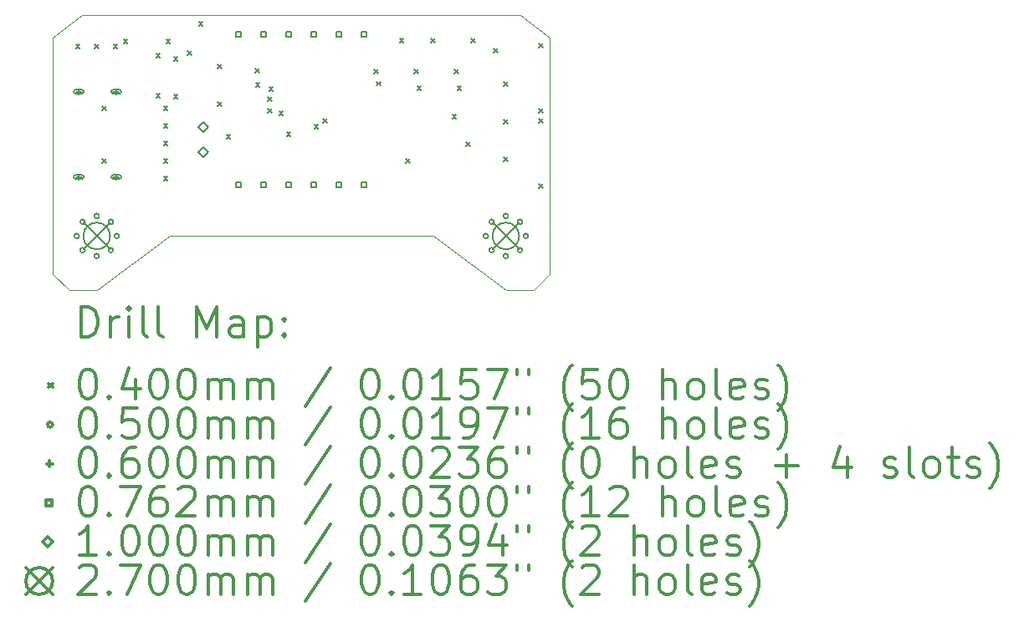
<source format=gbr>
%FSLAX45Y45*%
G04 Gerber Fmt 4.5, Leading zero omitted, Abs format (unit mm)*
G04 Created by KiCad (PCBNEW (5.1.10)-1) date 2021-07-15 16:56:06*
%MOMM*%
%LPD*%
G01*
G04 APERTURE LIST*
%TA.AperFunction,Profile*%
%ADD10C,0.050000*%
%TD*%
%ADD11C,0.200000*%
%ADD12C,0.300000*%
G04 APERTURE END LIST*
D10*
X7150100Y-4692200D02*
X7429500Y-4692200D01*
X2565400Y-2133600D02*
X2860040Y-1905000D01*
X7299960Y-1905000D02*
X7594600Y-2133600D01*
X7594600Y-4527100D02*
X7594600Y-4254500D01*
X7594600Y-4527100D02*
X7429500Y-4692200D01*
X6413500Y-4140200D02*
X7150100Y-4692200D01*
X3009900Y-4692200D02*
X3746500Y-4140200D01*
X2730500Y-4692200D02*
X3009900Y-4692200D01*
X2565400Y-4527100D02*
X2730500Y-4692200D01*
X2565400Y-4254500D02*
X2565400Y-4527100D01*
X2565400Y-4254500D02*
X2565400Y-2133600D01*
X3746500Y-4140200D02*
X6413500Y-4140200D01*
X7594600Y-2133600D02*
X7594600Y-4254500D01*
X2860040Y-1905000D02*
X7299960Y-1905000D01*
D11*
X2799400Y-2202500D02*
X2839400Y-2242500D01*
X2839400Y-2202500D02*
X2799400Y-2242500D01*
X2989900Y-2202500D02*
X3029900Y-2242500D01*
X3029900Y-2202500D02*
X2989900Y-2242500D01*
X3066100Y-2824800D02*
X3106100Y-2864800D01*
X3106100Y-2824800D02*
X3066100Y-2864800D01*
X3066100Y-3358200D02*
X3106100Y-3398200D01*
X3106100Y-3358200D02*
X3066100Y-3398200D01*
X3180400Y-2202500D02*
X3220400Y-2242500D01*
X3220400Y-2202500D02*
X3180400Y-2242500D01*
X3282000Y-2151700D02*
X3322000Y-2191700D01*
X3322000Y-2151700D02*
X3282000Y-2191700D01*
X3612200Y-2291400D02*
X3652200Y-2331400D01*
X3652200Y-2291400D02*
X3612200Y-2331400D01*
X3612200Y-2697800D02*
X3652200Y-2737800D01*
X3652200Y-2697800D02*
X3612200Y-2737800D01*
X3688400Y-2824800D02*
X3728400Y-2864800D01*
X3728400Y-2824800D02*
X3688400Y-2864800D01*
X3688400Y-3002600D02*
X3728400Y-3042600D01*
X3728400Y-3002600D02*
X3688400Y-3042600D01*
X3688400Y-3180400D02*
X3728400Y-3220400D01*
X3728400Y-3180400D02*
X3688400Y-3220400D01*
X3688400Y-3358200D02*
X3728400Y-3398200D01*
X3728400Y-3358200D02*
X3688400Y-3398200D01*
X3688400Y-3536000D02*
X3728400Y-3576000D01*
X3728400Y-3536000D02*
X3688400Y-3576000D01*
X3713800Y-2151700D02*
X3753800Y-2191700D01*
X3753800Y-2151700D02*
X3713800Y-2191700D01*
X3790000Y-2329500D02*
X3830000Y-2369500D01*
X3830000Y-2329500D02*
X3790000Y-2369500D01*
X3790000Y-2710500D02*
X3830000Y-2750500D01*
X3830000Y-2710500D02*
X3790000Y-2750500D01*
X3929700Y-2266000D02*
X3969700Y-2306000D01*
X3969700Y-2266000D02*
X3929700Y-2306000D01*
X4044000Y-1973900D02*
X4084000Y-2013900D01*
X4084000Y-1973900D02*
X4044000Y-2013900D01*
X4234500Y-2405700D02*
X4274500Y-2445700D01*
X4274500Y-2405700D02*
X4234500Y-2445700D01*
X4234500Y-2786700D02*
X4274500Y-2826700D01*
X4274500Y-2786700D02*
X4234500Y-2826700D01*
X4323400Y-3116900D02*
X4363400Y-3156900D01*
X4363400Y-3116900D02*
X4323400Y-3156900D01*
X4615500Y-2443800D02*
X4655500Y-2483800D01*
X4655500Y-2443800D02*
X4615500Y-2483800D01*
X4617985Y-2586798D02*
X4657985Y-2626798D01*
X4657985Y-2586798D02*
X4617985Y-2626798D01*
X4742500Y-2735900D02*
X4782500Y-2775900D01*
X4782500Y-2735900D02*
X4742500Y-2775900D01*
X4742500Y-2850200D02*
X4782500Y-2890200D01*
X4782500Y-2850200D02*
X4742500Y-2890200D01*
X4755200Y-2634300D02*
X4795200Y-2674300D01*
X4795200Y-2634300D02*
X4755200Y-2674300D01*
X4856800Y-2875600D02*
X4896800Y-2915600D01*
X4896800Y-2875600D02*
X4856800Y-2915600D01*
X4933000Y-3091500D02*
X4973000Y-3131500D01*
X4973000Y-3091500D02*
X4933000Y-3131500D01*
X5212400Y-3015300D02*
X5252400Y-3055300D01*
X5252400Y-3015300D02*
X5212400Y-3055300D01*
X5301923Y-2951281D02*
X5341923Y-2991281D01*
X5341923Y-2951281D02*
X5301923Y-2991281D01*
X5815650Y-2456500D02*
X5855650Y-2496500D01*
X5855650Y-2456500D02*
X5815650Y-2496500D01*
X5841050Y-2577150D02*
X5881050Y-2617150D01*
X5881050Y-2577150D02*
X5841050Y-2617150D01*
X6076000Y-2139000D02*
X6116000Y-2179000D01*
X6116000Y-2139000D02*
X6076000Y-2179000D01*
X6139500Y-3358200D02*
X6179500Y-3398200D01*
X6179500Y-3358200D02*
X6139500Y-3398200D01*
X6222050Y-2456500D02*
X6262050Y-2496500D01*
X6262050Y-2456500D02*
X6222050Y-2496500D01*
X6253800Y-2621600D02*
X6293800Y-2661600D01*
X6293800Y-2621600D02*
X6253800Y-2661600D01*
X6393500Y-2139000D02*
X6433500Y-2179000D01*
X6433500Y-2139000D02*
X6393500Y-2179000D01*
X6609400Y-2913700D02*
X6649400Y-2953700D01*
X6649400Y-2913700D02*
X6609400Y-2953700D01*
X6628450Y-2456500D02*
X6668450Y-2496500D01*
X6668450Y-2456500D02*
X6628450Y-2496500D01*
X6660200Y-2621600D02*
X6700200Y-2661600D01*
X6700200Y-2621600D02*
X6660200Y-2661600D01*
X6749100Y-3193100D02*
X6789100Y-3233100D01*
X6789100Y-3193100D02*
X6749100Y-3233100D01*
X6799900Y-2139000D02*
X6839900Y-2179000D01*
X6839900Y-2139000D02*
X6799900Y-2179000D01*
X7028500Y-2240600D02*
X7068500Y-2280600D01*
X7068500Y-2240600D02*
X7028500Y-2280600D01*
X7130100Y-2583500D02*
X7170100Y-2623500D01*
X7170100Y-2583500D02*
X7130100Y-2623500D01*
X7130100Y-2964500D02*
X7170100Y-3004500D01*
X7170100Y-2964500D02*
X7130100Y-3004500D01*
X7130100Y-3345500D02*
X7170100Y-3385500D01*
X7170100Y-3345500D02*
X7130100Y-3385500D01*
X7485700Y-2189800D02*
X7525700Y-2229800D01*
X7525700Y-2189800D02*
X7485700Y-2229800D01*
X7485700Y-2850200D02*
X7525700Y-2890200D01*
X7525700Y-2850200D02*
X7485700Y-2890200D01*
X7485700Y-2951800D02*
X7525700Y-2991800D01*
X7525700Y-2951800D02*
X7485700Y-2991800D01*
X7485700Y-3612200D02*
X7525700Y-3652200D01*
X7525700Y-3612200D02*
X7485700Y-3652200D01*
X2832400Y-4140200D02*
G75*
G03*
X2832400Y-4140200I-25000J0D01*
G01*
X2891711Y-3997011D02*
G75*
G03*
X2891711Y-3997011I-25000J0D01*
G01*
X2891711Y-4283389D02*
G75*
G03*
X2891711Y-4283389I-25000J0D01*
G01*
X3034900Y-3937700D02*
G75*
G03*
X3034900Y-3937700I-25000J0D01*
G01*
X3034900Y-4342700D02*
G75*
G03*
X3034900Y-4342700I-25000J0D01*
G01*
X3178089Y-3997011D02*
G75*
G03*
X3178089Y-3997011I-25000J0D01*
G01*
X3178089Y-4283389D02*
G75*
G03*
X3178089Y-4283389I-25000J0D01*
G01*
X3237400Y-4140200D02*
G75*
G03*
X3237400Y-4140200I-25000J0D01*
G01*
X6972600Y-4140200D02*
G75*
G03*
X6972600Y-4140200I-25000J0D01*
G01*
X7031911Y-3997011D02*
G75*
G03*
X7031911Y-3997011I-25000J0D01*
G01*
X7031911Y-4283389D02*
G75*
G03*
X7031911Y-4283389I-25000J0D01*
G01*
X7175100Y-3937700D02*
G75*
G03*
X7175100Y-3937700I-25000J0D01*
G01*
X7175100Y-4342700D02*
G75*
G03*
X7175100Y-4342700I-25000J0D01*
G01*
X7318289Y-3997011D02*
G75*
G03*
X7318289Y-3997011I-25000J0D01*
G01*
X7318289Y-4283389D02*
G75*
G03*
X7318289Y-4283389I-25000J0D01*
G01*
X7377600Y-4140200D02*
G75*
G03*
X7377600Y-4140200I-25000J0D01*
G01*
X2827520Y-2649500D02*
X2827520Y-2709500D01*
X2797520Y-2679500D02*
X2857520Y-2679500D01*
X2797520Y-2699500D02*
X2857520Y-2699500D01*
X2797520Y-2659500D02*
X2857520Y-2659500D01*
X2857520Y-2699500D02*
G75*
G03*
X2857520Y-2659500I0J20000D01*
G01*
X2797520Y-2659500D02*
G75*
G03*
X2797520Y-2699500I0J-20000D01*
G01*
X2827520Y-3513500D02*
X2827520Y-3573500D01*
X2797520Y-3543500D02*
X2857520Y-3543500D01*
X2797520Y-3563500D02*
X2857520Y-3563500D01*
X2797520Y-3523500D02*
X2857520Y-3523500D01*
X2857520Y-3563500D02*
G75*
G03*
X2857520Y-3523500I0J20000D01*
G01*
X2797520Y-3523500D02*
G75*
G03*
X2797520Y-3563500I0J-20000D01*
G01*
X3207520Y-2649500D02*
X3207520Y-2709500D01*
X3177520Y-2679500D02*
X3237520Y-2679500D01*
X3177520Y-2699500D02*
X3237520Y-2699500D01*
X3177520Y-2659500D02*
X3237520Y-2659500D01*
X3237520Y-2699500D02*
G75*
G03*
X3237520Y-2659500I0J20000D01*
G01*
X3177520Y-2659500D02*
G75*
G03*
X3177520Y-2699500I0J-20000D01*
G01*
X3207520Y-3513500D02*
X3207520Y-3573500D01*
X3177520Y-3543500D02*
X3237520Y-3543500D01*
X3177520Y-3563500D02*
X3237520Y-3563500D01*
X3177520Y-3523500D02*
X3237520Y-3523500D01*
X3237520Y-3563500D02*
G75*
G03*
X3237520Y-3523500I0J20000D01*
G01*
X3177520Y-3523500D02*
G75*
G03*
X3177520Y-3563500I0J-20000D01*
G01*
X4471941Y-2122441D02*
X4471941Y-2068559D01*
X4418059Y-2068559D01*
X4418059Y-2122441D01*
X4471941Y-2122441D01*
X4471941Y-3646441D02*
X4471941Y-3592559D01*
X4418059Y-3592559D01*
X4418059Y-3646441D01*
X4471941Y-3646441D01*
X4725941Y-2122441D02*
X4725941Y-2068559D01*
X4672059Y-2068559D01*
X4672059Y-2122441D01*
X4725941Y-2122441D01*
X4725941Y-3646441D02*
X4725941Y-3592559D01*
X4672059Y-3592559D01*
X4672059Y-3646441D01*
X4725941Y-3646441D01*
X4979941Y-2122441D02*
X4979941Y-2068559D01*
X4926059Y-2068559D01*
X4926059Y-2122441D01*
X4979941Y-2122441D01*
X4979941Y-3646441D02*
X4979941Y-3592559D01*
X4926059Y-3592559D01*
X4926059Y-3646441D01*
X4979941Y-3646441D01*
X5233941Y-2122441D02*
X5233941Y-2068559D01*
X5180059Y-2068559D01*
X5180059Y-2122441D01*
X5233941Y-2122441D01*
X5233941Y-3646441D02*
X5233941Y-3592559D01*
X5180059Y-3592559D01*
X5180059Y-3646441D01*
X5233941Y-3646441D01*
X5487941Y-2122441D02*
X5487941Y-2068559D01*
X5434059Y-2068559D01*
X5434059Y-2122441D01*
X5487941Y-2122441D01*
X5487941Y-3646441D02*
X5487941Y-3592559D01*
X5434059Y-3592559D01*
X5434059Y-3646441D01*
X5487941Y-3646441D01*
X5741941Y-2122441D02*
X5741941Y-2068559D01*
X5688059Y-2068559D01*
X5688059Y-2122441D01*
X5741941Y-2122441D01*
X5741941Y-3646441D02*
X5741941Y-3592559D01*
X5688059Y-3592559D01*
X5688059Y-3646441D01*
X5741941Y-3646441D01*
X4089400Y-3085300D02*
X4139400Y-3035300D01*
X4089400Y-2985300D01*
X4039400Y-3035300D01*
X4089400Y-3085300D01*
X4089400Y-3339300D02*
X4139400Y-3289300D01*
X4089400Y-3239300D01*
X4039400Y-3289300D01*
X4089400Y-3339300D01*
X2874900Y-4005200D02*
X3144900Y-4275200D01*
X3144900Y-4005200D02*
X2874900Y-4275200D01*
X3144900Y-4140200D02*
G75*
G03*
X3144900Y-4140200I-135000J0D01*
G01*
X7015100Y-4005200D02*
X7285100Y-4275200D01*
X7285100Y-4005200D02*
X7015100Y-4275200D01*
X7285100Y-4140200D02*
G75*
G03*
X7285100Y-4140200I-135000J0D01*
G01*
D12*
X2849328Y-5160414D02*
X2849328Y-4860414D01*
X2920757Y-4860414D01*
X2963614Y-4874700D01*
X2992186Y-4903272D01*
X3006471Y-4931843D01*
X3020757Y-4988986D01*
X3020757Y-5031843D01*
X3006471Y-5088986D01*
X2992186Y-5117557D01*
X2963614Y-5146129D01*
X2920757Y-5160414D01*
X2849328Y-5160414D01*
X3149328Y-5160414D02*
X3149328Y-4960414D01*
X3149328Y-5017557D02*
X3163614Y-4988986D01*
X3177900Y-4974700D01*
X3206471Y-4960414D01*
X3235043Y-4960414D01*
X3335043Y-5160414D02*
X3335043Y-4960414D01*
X3335043Y-4860414D02*
X3320757Y-4874700D01*
X3335043Y-4888986D01*
X3349328Y-4874700D01*
X3335043Y-4860414D01*
X3335043Y-4888986D01*
X3520757Y-5160414D02*
X3492186Y-5146129D01*
X3477900Y-5117557D01*
X3477900Y-4860414D01*
X3677900Y-5160414D02*
X3649328Y-5146129D01*
X3635043Y-5117557D01*
X3635043Y-4860414D01*
X4020757Y-5160414D02*
X4020757Y-4860414D01*
X4120757Y-5074700D01*
X4220757Y-4860414D01*
X4220757Y-5160414D01*
X4492186Y-5160414D02*
X4492186Y-5003272D01*
X4477900Y-4974700D01*
X4449328Y-4960414D01*
X4392186Y-4960414D01*
X4363614Y-4974700D01*
X4492186Y-5146129D02*
X4463614Y-5160414D01*
X4392186Y-5160414D01*
X4363614Y-5146129D01*
X4349328Y-5117557D01*
X4349328Y-5088986D01*
X4363614Y-5060414D01*
X4392186Y-5046129D01*
X4463614Y-5046129D01*
X4492186Y-5031843D01*
X4635043Y-4960414D02*
X4635043Y-5260414D01*
X4635043Y-4974700D02*
X4663614Y-4960414D01*
X4720757Y-4960414D01*
X4749328Y-4974700D01*
X4763614Y-4988986D01*
X4777900Y-5017557D01*
X4777900Y-5103272D01*
X4763614Y-5131843D01*
X4749328Y-5146129D01*
X4720757Y-5160414D01*
X4663614Y-5160414D01*
X4635043Y-5146129D01*
X4906471Y-5131843D02*
X4920757Y-5146129D01*
X4906471Y-5160414D01*
X4892186Y-5146129D01*
X4906471Y-5131843D01*
X4906471Y-5160414D01*
X4906471Y-4974700D02*
X4920757Y-4988986D01*
X4906471Y-5003272D01*
X4892186Y-4988986D01*
X4906471Y-4974700D01*
X4906471Y-5003272D01*
X2522900Y-5634700D02*
X2562900Y-5674700D01*
X2562900Y-5634700D02*
X2522900Y-5674700D01*
X2906471Y-5490414D02*
X2935043Y-5490414D01*
X2963614Y-5504700D01*
X2977900Y-5518986D01*
X2992186Y-5547557D01*
X3006471Y-5604700D01*
X3006471Y-5676129D01*
X2992186Y-5733271D01*
X2977900Y-5761843D01*
X2963614Y-5776129D01*
X2935043Y-5790414D01*
X2906471Y-5790414D01*
X2877900Y-5776129D01*
X2863614Y-5761843D01*
X2849328Y-5733271D01*
X2835043Y-5676129D01*
X2835043Y-5604700D01*
X2849328Y-5547557D01*
X2863614Y-5518986D01*
X2877900Y-5504700D01*
X2906471Y-5490414D01*
X3135043Y-5761843D02*
X3149328Y-5776129D01*
X3135043Y-5790414D01*
X3120757Y-5776129D01*
X3135043Y-5761843D01*
X3135043Y-5790414D01*
X3406471Y-5590414D02*
X3406471Y-5790414D01*
X3335043Y-5476129D02*
X3263614Y-5690414D01*
X3449328Y-5690414D01*
X3620757Y-5490414D02*
X3649328Y-5490414D01*
X3677900Y-5504700D01*
X3692186Y-5518986D01*
X3706471Y-5547557D01*
X3720757Y-5604700D01*
X3720757Y-5676129D01*
X3706471Y-5733271D01*
X3692186Y-5761843D01*
X3677900Y-5776129D01*
X3649328Y-5790414D01*
X3620757Y-5790414D01*
X3592186Y-5776129D01*
X3577900Y-5761843D01*
X3563614Y-5733271D01*
X3549328Y-5676129D01*
X3549328Y-5604700D01*
X3563614Y-5547557D01*
X3577900Y-5518986D01*
X3592186Y-5504700D01*
X3620757Y-5490414D01*
X3906471Y-5490414D02*
X3935043Y-5490414D01*
X3963614Y-5504700D01*
X3977900Y-5518986D01*
X3992186Y-5547557D01*
X4006471Y-5604700D01*
X4006471Y-5676129D01*
X3992186Y-5733271D01*
X3977900Y-5761843D01*
X3963614Y-5776129D01*
X3935043Y-5790414D01*
X3906471Y-5790414D01*
X3877900Y-5776129D01*
X3863614Y-5761843D01*
X3849328Y-5733271D01*
X3835043Y-5676129D01*
X3835043Y-5604700D01*
X3849328Y-5547557D01*
X3863614Y-5518986D01*
X3877900Y-5504700D01*
X3906471Y-5490414D01*
X4135043Y-5790414D02*
X4135043Y-5590414D01*
X4135043Y-5618986D02*
X4149328Y-5604700D01*
X4177900Y-5590414D01*
X4220757Y-5590414D01*
X4249328Y-5604700D01*
X4263614Y-5633271D01*
X4263614Y-5790414D01*
X4263614Y-5633271D02*
X4277900Y-5604700D01*
X4306471Y-5590414D01*
X4349328Y-5590414D01*
X4377900Y-5604700D01*
X4392186Y-5633271D01*
X4392186Y-5790414D01*
X4535043Y-5790414D02*
X4535043Y-5590414D01*
X4535043Y-5618986D02*
X4549328Y-5604700D01*
X4577900Y-5590414D01*
X4620757Y-5590414D01*
X4649328Y-5604700D01*
X4663614Y-5633271D01*
X4663614Y-5790414D01*
X4663614Y-5633271D02*
X4677900Y-5604700D01*
X4706471Y-5590414D01*
X4749328Y-5590414D01*
X4777900Y-5604700D01*
X4792186Y-5633271D01*
X4792186Y-5790414D01*
X5377900Y-5476129D02*
X5120757Y-5861843D01*
X5763614Y-5490414D02*
X5792186Y-5490414D01*
X5820757Y-5504700D01*
X5835043Y-5518986D01*
X5849328Y-5547557D01*
X5863614Y-5604700D01*
X5863614Y-5676129D01*
X5849328Y-5733271D01*
X5835043Y-5761843D01*
X5820757Y-5776129D01*
X5792186Y-5790414D01*
X5763614Y-5790414D01*
X5735043Y-5776129D01*
X5720757Y-5761843D01*
X5706471Y-5733271D01*
X5692186Y-5676129D01*
X5692186Y-5604700D01*
X5706471Y-5547557D01*
X5720757Y-5518986D01*
X5735043Y-5504700D01*
X5763614Y-5490414D01*
X5992186Y-5761843D02*
X6006471Y-5776129D01*
X5992186Y-5790414D01*
X5977900Y-5776129D01*
X5992186Y-5761843D01*
X5992186Y-5790414D01*
X6192186Y-5490414D02*
X6220757Y-5490414D01*
X6249328Y-5504700D01*
X6263614Y-5518986D01*
X6277900Y-5547557D01*
X6292186Y-5604700D01*
X6292186Y-5676129D01*
X6277900Y-5733271D01*
X6263614Y-5761843D01*
X6249328Y-5776129D01*
X6220757Y-5790414D01*
X6192186Y-5790414D01*
X6163614Y-5776129D01*
X6149328Y-5761843D01*
X6135043Y-5733271D01*
X6120757Y-5676129D01*
X6120757Y-5604700D01*
X6135043Y-5547557D01*
X6149328Y-5518986D01*
X6163614Y-5504700D01*
X6192186Y-5490414D01*
X6577900Y-5790414D02*
X6406471Y-5790414D01*
X6492186Y-5790414D02*
X6492186Y-5490414D01*
X6463614Y-5533272D01*
X6435043Y-5561843D01*
X6406471Y-5576129D01*
X6849328Y-5490414D02*
X6706471Y-5490414D01*
X6692186Y-5633271D01*
X6706471Y-5618986D01*
X6735043Y-5604700D01*
X6806471Y-5604700D01*
X6835043Y-5618986D01*
X6849328Y-5633271D01*
X6863614Y-5661843D01*
X6863614Y-5733271D01*
X6849328Y-5761843D01*
X6835043Y-5776129D01*
X6806471Y-5790414D01*
X6735043Y-5790414D01*
X6706471Y-5776129D01*
X6692186Y-5761843D01*
X6963614Y-5490414D02*
X7163614Y-5490414D01*
X7035043Y-5790414D01*
X7263614Y-5490414D02*
X7263614Y-5547557D01*
X7377900Y-5490414D02*
X7377900Y-5547557D01*
X7820757Y-5904700D02*
X7806471Y-5890414D01*
X7777900Y-5847557D01*
X7763614Y-5818986D01*
X7749328Y-5776129D01*
X7735043Y-5704700D01*
X7735043Y-5647557D01*
X7749328Y-5576129D01*
X7763614Y-5533272D01*
X7777900Y-5504700D01*
X7806471Y-5461843D01*
X7820757Y-5447557D01*
X8077900Y-5490414D02*
X7935043Y-5490414D01*
X7920757Y-5633271D01*
X7935043Y-5618986D01*
X7963614Y-5604700D01*
X8035043Y-5604700D01*
X8063614Y-5618986D01*
X8077900Y-5633271D01*
X8092186Y-5661843D01*
X8092186Y-5733271D01*
X8077900Y-5761843D01*
X8063614Y-5776129D01*
X8035043Y-5790414D01*
X7963614Y-5790414D01*
X7935043Y-5776129D01*
X7920757Y-5761843D01*
X8277900Y-5490414D02*
X8306471Y-5490414D01*
X8335043Y-5504700D01*
X8349328Y-5518986D01*
X8363614Y-5547557D01*
X8377900Y-5604700D01*
X8377900Y-5676129D01*
X8363614Y-5733271D01*
X8349328Y-5761843D01*
X8335043Y-5776129D01*
X8306471Y-5790414D01*
X8277900Y-5790414D01*
X8249328Y-5776129D01*
X8235043Y-5761843D01*
X8220757Y-5733271D01*
X8206471Y-5676129D01*
X8206471Y-5604700D01*
X8220757Y-5547557D01*
X8235043Y-5518986D01*
X8249328Y-5504700D01*
X8277900Y-5490414D01*
X8735043Y-5790414D02*
X8735043Y-5490414D01*
X8863614Y-5790414D02*
X8863614Y-5633271D01*
X8849328Y-5604700D01*
X8820757Y-5590414D01*
X8777900Y-5590414D01*
X8749328Y-5604700D01*
X8735043Y-5618986D01*
X9049328Y-5790414D02*
X9020757Y-5776129D01*
X9006471Y-5761843D01*
X8992186Y-5733271D01*
X8992186Y-5647557D01*
X9006471Y-5618986D01*
X9020757Y-5604700D01*
X9049328Y-5590414D01*
X9092186Y-5590414D01*
X9120757Y-5604700D01*
X9135043Y-5618986D01*
X9149328Y-5647557D01*
X9149328Y-5733271D01*
X9135043Y-5761843D01*
X9120757Y-5776129D01*
X9092186Y-5790414D01*
X9049328Y-5790414D01*
X9320757Y-5790414D02*
X9292186Y-5776129D01*
X9277900Y-5747557D01*
X9277900Y-5490414D01*
X9549328Y-5776129D02*
X9520757Y-5790414D01*
X9463614Y-5790414D01*
X9435043Y-5776129D01*
X9420757Y-5747557D01*
X9420757Y-5633271D01*
X9435043Y-5604700D01*
X9463614Y-5590414D01*
X9520757Y-5590414D01*
X9549328Y-5604700D01*
X9563614Y-5633271D01*
X9563614Y-5661843D01*
X9420757Y-5690414D01*
X9677900Y-5776129D02*
X9706471Y-5790414D01*
X9763614Y-5790414D01*
X9792186Y-5776129D01*
X9806471Y-5747557D01*
X9806471Y-5733271D01*
X9792186Y-5704700D01*
X9763614Y-5690414D01*
X9720757Y-5690414D01*
X9692186Y-5676129D01*
X9677900Y-5647557D01*
X9677900Y-5633271D01*
X9692186Y-5604700D01*
X9720757Y-5590414D01*
X9763614Y-5590414D01*
X9792186Y-5604700D01*
X9906471Y-5904700D02*
X9920757Y-5890414D01*
X9949328Y-5847557D01*
X9963614Y-5818986D01*
X9977900Y-5776129D01*
X9992186Y-5704700D01*
X9992186Y-5647557D01*
X9977900Y-5576129D01*
X9963614Y-5533272D01*
X9949328Y-5504700D01*
X9920757Y-5461843D01*
X9906471Y-5447557D01*
X2562900Y-6050700D02*
G75*
G03*
X2562900Y-6050700I-25000J0D01*
G01*
X2906471Y-5886414D02*
X2935043Y-5886414D01*
X2963614Y-5900700D01*
X2977900Y-5914986D01*
X2992186Y-5943557D01*
X3006471Y-6000700D01*
X3006471Y-6072129D01*
X2992186Y-6129271D01*
X2977900Y-6157843D01*
X2963614Y-6172129D01*
X2935043Y-6186414D01*
X2906471Y-6186414D01*
X2877900Y-6172129D01*
X2863614Y-6157843D01*
X2849328Y-6129271D01*
X2835043Y-6072129D01*
X2835043Y-6000700D01*
X2849328Y-5943557D01*
X2863614Y-5914986D01*
X2877900Y-5900700D01*
X2906471Y-5886414D01*
X3135043Y-6157843D02*
X3149328Y-6172129D01*
X3135043Y-6186414D01*
X3120757Y-6172129D01*
X3135043Y-6157843D01*
X3135043Y-6186414D01*
X3420757Y-5886414D02*
X3277900Y-5886414D01*
X3263614Y-6029271D01*
X3277900Y-6014986D01*
X3306471Y-6000700D01*
X3377900Y-6000700D01*
X3406471Y-6014986D01*
X3420757Y-6029271D01*
X3435043Y-6057843D01*
X3435043Y-6129271D01*
X3420757Y-6157843D01*
X3406471Y-6172129D01*
X3377900Y-6186414D01*
X3306471Y-6186414D01*
X3277900Y-6172129D01*
X3263614Y-6157843D01*
X3620757Y-5886414D02*
X3649328Y-5886414D01*
X3677900Y-5900700D01*
X3692186Y-5914986D01*
X3706471Y-5943557D01*
X3720757Y-6000700D01*
X3720757Y-6072129D01*
X3706471Y-6129271D01*
X3692186Y-6157843D01*
X3677900Y-6172129D01*
X3649328Y-6186414D01*
X3620757Y-6186414D01*
X3592186Y-6172129D01*
X3577900Y-6157843D01*
X3563614Y-6129271D01*
X3549328Y-6072129D01*
X3549328Y-6000700D01*
X3563614Y-5943557D01*
X3577900Y-5914986D01*
X3592186Y-5900700D01*
X3620757Y-5886414D01*
X3906471Y-5886414D02*
X3935043Y-5886414D01*
X3963614Y-5900700D01*
X3977900Y-5914986D01*
X3992186Y-5943557D01*
X4006471Y-6000700D01*
X4006471Y-6072129D01*
X3992186Y-6129271D01*
X3977900Y-6157843D01*
X3963614Y-6172129D01*
X3935043Y-6186414D01*
X3906471Y-6186414D01*
X3877900Y-6172129D01*
X3863614Y-6157843D01*
X3849328Y-6129271D01*
X3835043Y-6072129D01*
X3835043Y-6000700D01*
X3849328Y-5943557D01*
X3863614Y-5914986D01*
X3877900Y-5900700D01*
X3906471Y-5886414D01*
X4135043Y-6186414D02*
X4135043Y-5986414D01*
X4135043Y-6014986D02*
X4149328Y-6000700D01*
X4177900Y-5986414D01*
X4220757Y-5986414D01*
X4249328Y-6000700D01*
X4263614Y-6029271D01*
X4263614Y-6186414D01*
X4263614Y-6029271D02*
X4277900Y-6000700D01*
X4306471Y-5986414D01*
X4349328Y-5986414D01*
X4377900Y-6000700D01*
X4392186Y-6029271D01*
X4392186Y-6186414D01*
X4535043Y-6186414D02*
X4535043Y-5986414D01*
X4535043Y-6014986D02*
X4549328Y-6000700D01*
X4577900Y-5986414D01*
X4620757Y-5986414D01*
X4649328Y-6000700D01*
X4663614Y-6029271D01*
X4663614Y-6186414D01*
X4663614Y-6029271D02*
X4677900Y-6000700D01*
X4706471Y-5986414D01*
X4749328Y-5986414D01*
X4777900Y-6000700D01*
X4792186Y-6029271D01*
X4792186Y-6186414D01*
X5377900Y-5872129D02*
X5120757Y-6257843D01*
X5763614Y-5886414D02*
X5792186Y-5886414D01*
X5820757Y-5900700D01*
X5835043Y-5914986D01*
X5849328Y-5943557D01*
X5863614Y-6000700D01*
X5863614Y-6072129D01*
X5849328Y-6129271D01*
X5835043Y-6157843D01*
X5820757Y-6172129D01*
X5792186Y-6186414D01*
X5763614Y-6186414D01*
X5735043Y-6172129D01*
X5720757Y-6157843D01*
X5706471Y-6129271D01*
X5692186Y-6072129D01*
X5692186Y-6000700D01*
X5706471Y-5943557D01*
X5720757Y-5914986D01*
X5735043Y-5900700D01*
X5763614Y-5886414D01*
X5992186Y-6157843D02*
X6006471Y-6172129D01*
X5992186Y-6186414D01*
X5977900Y-6172129D01*
X5992186Y-6157843D01*
X5992186Y-6186414D01*
X6192186Y-5886414D02*
X6220757Y-5886414D01*
X6249328Y-5900700D01*
X6263614Y-5914986D01*
X6277900Y-5943557D01*
X6292186Y-6000700D01*
X6292186Y-6072129D01*
X6277900Y-6129271D01*
X6263614Y-6157843D01*
X6249328Y-6172129D01*
X6220757Y-6186414D01*
X6192186Y-6186414D01*
X6163614Y-6172129D01*
X6149328Y-6157843D01*
X6135043Y-6129271D01*
X6120757Y-6072129D01*
X6120757Y-6000700D01*
X6135043Y-5943557D01*
X6149328Y-5914986D01*
X6163614Y-5900700D01*
X6192186Y-5886414D01*
X6577900Y-6186414D02*
X6406471Y-6186414D01*
X6492186Y-6186414D02*
X6492186Y-5886414D01*
X6463614Y-5929271D01*
X6435043Y-5957843D01*
X6406471Y-5972129D01*
X6720757Y-6186414D02*
X6777900Y-6186414D01*
X6806471Y-6172129D01*
X6820757Y-6157843D01*
X6849328Y-6114986D01*
X6863614Y-6057843D01*
X6863614Y-5943557D01*
X6849328Y-5914986D01*
X6835043Y-5900700D01*
X6806471Y-5886414D01*
X6749328Y-5886414D01*
X6720757Y-5900700D01*
X6706471Y-5914986D01*
X6692186Y-5943557D01*
X6692186Y-6014986D01*
X6706471Y-6043557D01*
X6720757Y-6057843D01*
X6749328Y-6072129D01*
X6806471Y-6072129D01*
X6835043Y-6057843D01*
X6849328Y-6043557D01*
X6863614Y-6014986D01*
X6963614Y-5886414D02*
X7163614Y-5886414D01*
X7035043Y-6186414D01*
X7263614Y-5886414D02*
X7263614Y-5943557D01*
X7377900Y-5886414D02*
X7377900Y-5943557D01*
X7820757Y-6300700D02*
X7806471Y-6286414D01*
X7777900Y-6243557D01*
X7763614Y-6214986D01*
X7749328Y-6172129D01*
X7735043Y-6100700D01*
X7735043Y-6043557D01*
X7749328Y-5972129D01*
X7763614Y-5929271D01*
X7777900Y-5900700D01*
X7806471Y-5857843D01*
X7820757Y-5843557D01*
X8092186Y-6186414D02*
X7920757Y-6186414D01*
X8006471Y-6186414D02*
X8006471Y-5886414D01*
X7977900Y-5929271D01*
X7949328Y-5957843D01*
X7920757Y-5972129D01*
X8349328Y-5886414D02*
X8292186Y-5886414D01*
X8263614Y-5900700D01*
X8249328Y-5914986D01*
X8220757Y-5957843D01*
X8206471Y-6014986D01*
X8206471Y-6129271D01*
X8220757Y-6157843D01*
X8235043Y-6172129D01*
X8263614Y-6186414D01*
X8320757Y-6186414D01*
X8349328Y-6172129D01*
X8363614Y-6157843D01*
X8377900Y-6129271D01*
X8377900Y-6057843D01*
X8363614Y-6029271D01*
X8349328Y-6014986D01*
X8320757Y-6000700D01*
X8263614Y-6000700D01*
X8235043Y-6014986D01*
X8220757Y-6029271D01*
X8206471Y-6057843D01*
X8735043Y-6186414D02*
X8735043Y-5886414D01*
X8863614Y-6186414D02*
X8863614Y-6029271D01*
X8849328Y-6000700D01*
X8820757Y-5986414D01*
X8777900Y-5986414D01*
X8749328Y-6000700D01*
X8735043Y-6014986D01*
X9049328Y-6186414D02*
X9020757Y-6172129D01*
X9006471Y-6157843D01*
X8992186Y-6129271D01*
X8992186Y-6043557D01*
X9006471Y-6014986D01*
X9020757Y-6000700D01*
X9049328Y-5986414D01*
X9092186Y-5986414D01*
X9120757Y-6000700D01*
X9135043Y-6014986D01*
X9149328Y-6043557D01*
X9149328Y-6129271D01*
X9135043Y-6157843D01*
X9120757Y-6172129D01*
X9092186Y-6186414D01*
X9049328Y-6186414D01*
X9320757Y-6186414D02*
X9292186Y-6172129D01*
X9277900Y-6143557D01*
X9277900Y-5886414D01*
X9549328Y-6172129D02*
X9520757Y-6186414D01*
X9463614Y-6186414D01*
X9435043Y-6172129D01*
X9420757Y-6143557D01*
X9420757Y-6029271D01*
X9435043Y-6000700D01*
X9463614Y-5986414D01*
X9520757Y-5986414D01*
X9549328Y-6000700D01*
X9563614Y-6029271D01*
X9563614Y-6057843D01*
X9420757Y-6086414D01*
X9677900Y-6172129D02*
X9706471Y-6186414D01*
X9763614Y-6186414D01*
X9792186Y-6172129D01*
X9806471Y-6143557D01*
X9806471Y-6129271D01*
X9792186Y-6100700D01*
X9763614Y-6086414D01*
X9720757Y-6086414D01*
X9692186Y-6072129D01*
X9677900Y-6043557D01*
X9677900Y-6029271D01*
X9692186Y-6000700D01*
X9720757Y-5986414D01*
X9763614Y-5986414D01*
X9792186Y-6000700D01*
X9906471Y-6300700D02*
X9920757Y-6286414D01*
X9949328Y-6243557D01*
X9963614Y-6214986D01*
X9977900Y-6172129D01*
X9992186Y-6100700D01*
X9992186Y-6043557D01*
X9977900Y-5972129D01*
X9963614Y-5929271D01*
X9949328Y-5900700D01*
X9920757Y-5857843D01*
X9906471Y-5843557D01*
X2532900Y-6416700D02*
X2532900Y-6476700D01*
X2502900Y-6446700D02*
X2562900Y-6446700D01*
X2906471Y-6282414D02*
X2935043Y-6282414D01*
X2963614Y-6296700D01*
X2977900Y-6310986D01*
X2992186Y-6339557D01*
X3006471Y-6396700D01*
X3006471Y-6468129D01*
X2992186Y-6525271D01*
X2977900Y-6553843D01*
X2963614Y-6568129D01*
X2935043Y-6582414D01*
X2906471Y-6582414D01*
X2877900Y-6568129D01*
X2863614Y-6553843D01*
X2849328Y-6525271D01*
X2835043Y-6468129D01*
X2835043Y-6396700D01*
X2849328Y-6339557D01*
X2863614Y-6310986D01*
X2877900Y-6296700D01*
X2906471Y-6282414D01*
X3135043Y-6553843D02*
X3149328Y-6568129D01*
X3135043Y-6582414D01*
X3120757Y-6568129D01*
X3135043Y-6553843D01*
X3135043Y-6582414D01*
X3406471Y-6282414D02*
X3349328Y-6282414D01*
X3320757Y-6296700D01*
X3306471Y-6310986D01*
X3277900Y-6353843D01*
X3263614Y-6410986D01*
X3263614Y-6525271D01*
X3277900Y-6553843D01*
X3292186Y-6568129D01*
X3320757Y-6582414D01*
X3377900Y-6582414D01*
X3406471Y-6568129D01*
X3420757Y-6553843D01*
X3435043Y-6525271D01*
X3435043Y-6453843D01*
X3420757Y-6425271D01*
X3406471Y-6410986D01*
X3377900Y-6396700D01*
X3320757Y-6396700D01*
X3292186Y-6410986D01*
X3277900Y-6425271D01*
X3263614Y-6453843D01*
X3620757Y-6282414D02*
X3649328Y-6282414D01*
X3677900Y-6296700D01*
X3692186Y-6310986D01*
X3706471Y-6339557D01*
X3720757Y-6396700D01*
X3720757Y-6468129D01*
X3706471Y-6525271D01*
X3692186Y-6553843D01*
X3677900Y-6568129D01*
X3649328Y-6582414D01*
X3620757Y-6582414D01*
X3592186Y-6568129D01*
X3577900Y-6553843D01*
X3563614Y-6525271D01*
X3549328Y-6468129D01*
X3549328Y-6396700D01*
X3563614Y-6339557D01*
X3577900Y-6310986D01*
X3592186Y-6296700D01*
X3620757Y-6282414D01*
X3906471Y-6282414D02*
X3935043Y-6282414D01*
X3963614Y-6296700D01*
X3977900Y-6310986D01*
X3992186Y-6339557D01*
X4006471Y-6396700D01*
X4006471Y-6468129D01*
X3992186Y-6525271D01*
X3977900Y-6553843D01*
X3963614Y-6568129D01*
X3935043Y-6582414D01*
X3906471Y-6582414D01*
X3877900Y-6568129D01*
X3863614Y-6553843D01*
X3849328Y-6525271D01*
X3835043Y-6468129D01*
X3835043Y-6396700D01*
X3849328Y-6339557D01*
X3863614Y-6310986D01*
X3877900Y-6296700D01*
X3906471Y-6282414D01*
X4135043Y-6582414D02*
X4135043Y-6382414D01*
X4135043Y-6410986D02*
X4149328Y-6396700D01*
X4177900Y-6382414D01*
X4220757Y-6382414D01*
X4249328Y-6396700D01*
X4263614Y-6425271D01*
X4263614Y-6582414D01*
X4263614Y-6425271D02*
X4277900Y-6396700D01*
X4306471Y-6382414D01*
X4349328Y-6382414D01*
X4377900Y-6396700D01*
X4392186Y-6425271D01*
X4392186Y-6582414D01*
X4535043Y-6582414D02*
X4535043Y-6382414D01*
X4535043Y-6410986D02*
X4549328Y-6396700D01*
X4577900Y-6382414D01*
X4620757Y-6382414D01*
X4649328Y-6396700D01*
X4663614Y-6425271D01*
X4663614Y-6582414D01*
X4663614Y-6425271D02*
X4677900Y-6396700D01*
X4706471Y-6382414D01*
X4749328Y-6382414D01*
X4777900Y-6396700D01*
X4792186Y-6425271D01*
X4792186Y-6582414D01*
X5377900Y-6268129D02*
X5120757Y-6653843D01*
X5763614Y-6282414D02*
X5792186Y-6282414D01*
X5820757Y-6296700D01*
X5835043Y-6310986D01*
X5849328Y-6339557D01*
X5863614Y-6396700D01*
X5863614Y-6468129D01*
X5849328Y-6525271D01*
X5835043Y-6553843D01*
X5820757Y-6568129D01*
X5792186Y-6582414D01*
X5763614Y-6582414D01*
X5735043Y-6568129D01*
X5720757Y-6553843D01*
X5706471Y-6525271D01*
X5692186Y-6468129D01*
X5692186Y-6396700D01*
X5706471Y-6339557D01*
X5720757Y-6310986D01*
X5735043Y-6296700D01*
X5763614Y-6282414D01*
X5992186Y-6553843D02*
X6006471Y-6568129D01*
X5992186Y-6582414D01*
X5977900Y-6568129D01*
X5992186Y-6553843D01*
X5992186Y-6582414D01*
X6192186Y-6282414D02*
X6220757Y-6282414D01*
X6249328Y-6296700D01*
X6263614Y-6310986D01*
X6277900Y-6339557D01*
X6292186Y-6396700D01*
X6292186Y-6468129D01*
X6277900Y-6525271D01*
X6263614Y-6553843D01*
X6249328Y-6568129D01*
X6220757Y-6582414D01*
X6192186Y-6582414D01*
X6163614Y-6568129D01*
X6149328Y-6553843D01*
X6135043Y-6525271D01*
X6120757Y-6468129D01*
X6120757Y-6396700D01*
X6135043Y-6339557D01*
X6149328Y-6310986D01*
X6163614Y-6296700D01*
X6192186Y-6282414D01*
X6406471Y-6310986D02*
X6420757Y-6296700D01*
X6449328Y-6282414D01*
X6520757Y-6282414D01*
X6549328Y-6296700D01*
X6563614Y-6310986D01*
X6577900Y-6339557D01*
X6577900Y-6368129D01*
X6563614Y-6410986D01*
X6392186Y-6582414D01*
X6577900Y-6582414D01*
X6677900Y-6282414D02*
X6863614Y-6282414D01*
X6763614Y-6396700D01*
X6806471Y-6396700D01*
X6835043Y-6410986D01*
X6849328Y-6425271D01*
X6863614Y-6453843D01*
X6863614Y-6525271D01*
X6849328Y-6553843D01*
X6835043Y-6568129D01*
X6806471Y-6582414D01*
X6720757Y-6582414D01*
X6692186Y-6568129D01*
X6677900Y-6553843D01*
X7120757Y-6282414D02*
X7063614Y-6282414D01*
X7035043Y-6296700D01*
X7020757Y-6310986D01*
X6992186Y-6353843D01*
X6977900Y-6410986D01*
X6977900Y-6525271D01*
X6992186Y-6553843D01*
X7006471Y-6568129D01*
X7035043Y-6582414D01*
X7092186Y-6582414D01*
X7120757Y-6568129D01*
X7135043Y-6553843D01*
X7149328Y-6525271D01*
X7149328Y-6453843D01*
X7135043Y-6425271D01*
X7120757Y-6410986D01*
X7092186Y-6396700D01*
X7035043Y-6396700D01*
X7006471Y-6410986D01*
X6992186Y-6425271D01*
X6977900Y-6453843D01*
X7263614Y-6282414D02*
X7263614Y-6339557D01*
X7377900Y-6282414D02*
X7377900Y-6339557D01*
X7820757Y-6696700D02*
X7806471Y-6682414D01*
X7777900Y-6639557D01*
X7763614Y-6610986D01*
X7749328Y-6568129D01*
X7735043Y-6496700D01*
X7735043Y-6439557D01*
X7749328Y-6368129D01*
X7763614Y-6325271D01*
X7777900Y-6296700D01*
X7806471Y-6253843D01*
X7820757Y-6239557D01*
X7992186Y-6282414D02*
X8020757Y-6282414D01*
X8049328Y-6296700D01*
X8063614Y-6310986D01*
X8077900Y-6339557D01*
X8092186Y-6396700D01*
X8092186Y-6468129D01*
X8077900Y-6525271D01*
X8063614Y-6553843D01*
X8049328Y-6568129D01*
X8020757Y-6582414D01*
X7992186Y-6582414D01*
X7963614Y-6568129D01*
X7949328Y-6553843D01*
X7935043Y-6525271D01*
X7920757Y-6468129D01*
X7920757Y-6396700D01*
X7935043Y-6339557D01*
X7949328Y-6310986D01*
X7963614Y-6296700D01*
X7992186Y-6282414D01*
X8449328Y-6582414D02*
X8449328Y-6282414D01*
X8577900Y-6582414D02*
X8577900Y-6425271D01*
X8563614Y-6396700D01*
X8535043Y-6382414D01*
X8492186Y-6382414D01*
X8463614Y-6396700D01*
X8449328Y-6410986D01*
X8763614Y-6582414D02*
X8735043Y-6568129D01*
X8720757Y-6553843D01*
X8706471Y-6525271D01*
X8706471Y-6439557D01*
X8720757Y-6410986D01*
X8735043Y-6396700D01*
X8763614Y-6382414D01*
X8806471Y-6382414D01*
X8835043Y-6396700D01*
X8849328Y-6410986D01*
X8863614Y-6439557D01*
X8863614Y-6525271D01*
X8849328Y-6553843D01*
X8835043Y-6568129D01*
X8806471Y-6582414D01*
X8763614Y-6582414D01*
X9035043Y-6582414D02*
X9006471Y-6568129D01*
X8992186Y-6539557D01*
X8992186Y-6282414D01*
X9263614Y-6568129D02*
X9235043Y-6582414D01*
X9177900Y-6582414D01*
X9149328Y-6568129D01*
X9135043Y-6539557D01*
X9135043Y-6425271D01*
X9149328Y-6396700D01*
X9177900Y-6382414D01*
X9235043Y-6382414D01*
X9263614Y-6396700D01*
X9277900Y-6425271D01*
X9277900Y-6453843D01*
X9135043Y-6482414D01*
X9392186Y-6568129D02*
X9420757Y-6582414D01*
X9477900Y-6582414D01*
X9506471Y-6568129D01*
X9520757Y-6539557D01*
X9520757Y-6525271D01*
X9506471Y-6496700D01*
X9477900Y-6482414D01*
X9435043Y-6482414D01*
X9406471Y-6468129D01*
X9392186Y-6439557D01*
X9392186Y-6425271D01*
X9406471Y-6396700D01*
X9435043Y-6382414D01*
X9477900Y-6382414D01*
X9506471Y-6396700D01*
X9877900Y-6468129D02*
X10106471Y-6468129D01*
X9992186Y-6582414D02*
X9992186Y-6353843D01*
X10606471Y-6382414D02*
X10606471Y-6582414D01*
X10535043Y-6268129D02*
X10463614Y-6482414D01*
X10649328Y-6482414D01*
X10977900Y-6568129D02*
X11006471Y-6582414D01*
X11063614Y-6582414D01*
X11092186Y-6568129D01*
X11106471Y-6539557D01*
X11106471Y-6525271D01*
X11092186Y-6496700D01*
X11063614Y-6482414D01*
X11020757Y-6482414D01*
X10992186Y-6468129D01*
X10977900Y-6439557D01*
X10977900Y-6425271D01*
X10992186Y-6396700D01*
X11020757Y-6382414D01*
X11063614Y-6382414D01*
X11092186Y-6396700D01*
X11277900Y-6582414D02*
X11249328Y-6568129D01*
X11235043Y-6539557D01*
X11235043Y-6282414D01*
X11435043Y-6582414D02*
X11406471Y-6568129D01*
X11392186Y-6553843D01*
X11377900Y-6525271D01*
X11377900Y-6439557D01*
X11392186Y-6410986D01*
X11406471Y-6396700D01*
X11435043Y-6382414D01*
X11477900Y-6382414D01*
X11506471Y-6396700D01*
X11520757Y-6410986D01*
X11535043Y-6439557D01*
X11535043Y-6525271D01*
X11520757Y-6553843D01*
X11506471Y-6568129D01*
X11477900Y-6582414D01*
X11435043Y-6582414D01*
X11620757Y-6382414D02*
X11735043Y-6382414D01*
X11663614Y-6282414D02*
X11663614Y-6539557D01*
X11677900Y-6568129D01*
X11706471Y-6582414D01*
X11735043Y-6582414D01*
X11820757Y-6568129D02*
X11849328Y-6582414D01*
X11906471Y-6582414D01*
X11935043Y-6568129D01*
X11949328Y-6539557D01*
X11949328Y-6525271D01*
X11935043Y-6496700D01*
X11906471Y-6482414D01*
X11863614Y-6482414D01*
X11835043Y-6468129D01*
X11820757Y-6439557D01*
X11820757Y-6425271D01*
X11835043Y-6396700D01*
X11863614Y-6382414D01*
X11906471Y-6382414D01*
X11935043Y-6396700D01*
X12049328Y-6696700D02*
X12063614Y-6682414D01*
X12092186Y-6639557D01*
X12106471Y-6610986D01*
X12120757Y-6568129D01*
X12135043Y-6496700D01*
X12135043Y-6439557D01*
X12120757Y-6368129D01*
X12106471Y-6325271D01*
X12092186Y-6296700D01*
X12063614Y-6253843D01*
X12049328Y-6239557D01*
X2551741Y-6869641D02*
X2551741Y-6815759D01*
X2497859Y-6815759D01*
X2497859Y-6869641D01*
X2551741Y-6869641D01*
X2906471Y-6678414D02*
X2935043Y-6678414D01*
X2963614Y-6692700D01*
X2977900Y-6706986D01*
X2992186Y-6735557D01*
X3006471Y-6792700D01*
X3006471Y-6864129D01*
X2992186Y-6921271D01*
X2977900Y-6949843D01*
X2963614Y-6964129D01*
X2935043Y-6978414D01*
X2906471Y-6978414D01*
X2877900Y-6964129D01*
X2863614Y-6949843D01*
X2849328Y-6921271D01*
X2835043Y-6864129D01*
X2835043Y-6792700D01*
X2849328Y-6735557D01*
X2863614Y-6706986D01*
X2877900Y-6692700D01*
X2906471Y-6678414D01*
X3135043Y-6949843D02*
X3149328Y-6964129D01*
X3135043Y-6978414D01*
X3120757Y-6964129D01*
X3135043Y-6949843D01*
X3135043Y-6978414D01*
X3249328Y-6678414D02*
X3449328Y-6678414D01*
X3320757Y-6978414D01*
X3692186Y-6678414D02*
X3635043Y-6678414D01*
X3606471Y-6692700D01*
X3592186Y-6706986D01*
X3563614Y-6749843D01*
X3549328Y-6806986D01*
X3549328Y-6921271D01*
X3563614Y-6949843D01*
X3577900Y-6964129D01*
X3606471Y-6978414D01*
X3663614Y-6978414D01*
X3692186Y-6964129D01*
X3706471Y-6949843D01*
X3720757Y-6921271D01*
X3720757Y-6849843D01*
X3706471Y-6821271D01*
X3692186Y-6806986D01*
X3663614Y-6792700D01*
X3606471Y-6792700D01*
X3577900Y-6806986D01*
X3563614Y-6821271D01*
X3549328Y-6849843D01*
X3835043Y-6706986D02*
X3849328Y-6692700D01*
X3877900Y-6678414D01*
X3949328Y-6678414D01*
X3977900Y-6692700D01*
X3992186Y-6706986D01*
X4006471Y-6735557D01*
X4006471Y-6764129D01*
X3992186Y-6806986D01*
X3820757Y-6978414D01*
X4006471Y-6978414D01*
X4135043Y-6978414D02*
X4135043Y-6778414D01*
X4135043Y-6806986D02*
X4149328Y-6792700D01*
X4177900Y-6778414D01*
X4220757Y-6778414D01*
X4249328Y-6792700D01*
X4263614Y-6821271D01*
X4263614Y-6978414D01*
X4263614Y-6821271D02*
X4277900Y-6792700D01*
X4306471Y-6778414D01*
X4349328Y-6778414D01*
X4377900Y-6792700D01*
X4392186Y-6821271D01*
X4392186Y-6978414D01*
X4535043Y-6978414D02*
X4535043Y-6778414D01*
X4535043Y-6806986D02*
X4549328Y-6792700D01*
X4577900Y-6778414D01*
X4620757Y-6778414D01*
X4649328Y-6792700D01*
X4663614Y-6821271D01*
X4663614Y-6978414D01*
X4663614Y-6821271D02*
X4677900Y-6792700D01*
X4706471Y-6778414D01*
X4749328Y-6778414D01*
X4777900Y-6792700D01*
X4792186Y-6821271D01*
X4792186Y-6978414D01*
X5377900Y-6664129D02*
X5120757Y-7049843D01*
X5763614Y-6678414D02*
X5792186Y-6678414D01*
X5820757Y-6692700D01*
X5835043Y-6706986D01*
X5849328Y-6735557D01*
X5863614Y-6792700D01*
X5863614Y-6864129D01*
X5849328Y-6921271D01*
X5835043Y-6949843D01*
X5820757Y-6964129D01*
X5792186Y-6978414D01*
X5763614Y-6978414D01*
X5735043Y-6964129D01*
X5720757Y-6949843D01*
X5706471Y-6921271D01*
X5692186Y-6864129D01*
X5692186Y-6792700D01*
X5706471Y-6735557D01*
X5720757Y-6706986D01*
X5735043Y-6692700D01*
X5763614Y-6678414D01*
X5992186Y-6949843D02*
X6006471Y-6964129D01*
X5992186Y-6978414D01*
X5977900Y-6964129D01*
X5992186Y-6949843D01*
X5992186Y-6978414D01*
X6192186Y-6678414D02*
X6220757Y-6678414D01*
X6249328Y-6692700D01*
X6263614Y-6706986D01*
X6277900Y-6735557D01*
X6292186Y-6792700D01*
X6292186Y-6864129D01*
X6277900Y-6921271D01*
X6263614Y-6949843D01*
X6249328Y-6964129D01*
X6220757Y-6978414D01*
X6192186Y-6978414D01*
X6163614Y-6964129D01*
X6149328Y-6949843D01*
X6135043Y-6921271D01*
X6120757Y-6864129D01*
X6120757Y-6792700D01*
X6135043Y-6735557D01*
X6149328Y-6706986D01*
X6163614Y-6692700D01*
X6192186Y-6678414D01*
X6392186Y-6678414D02*
X6577900Y-6678414D01*
X6477900Y-6792700D01*
X6520757Y-6792700D01*
X6549328Y-6806986D01*
X6563614Y-6821271D01*
X6577900Y-6849843D01*
X6577900Y-6921271D01*
X6563614Y-6949843D01*
X6549328Y-6964129D01*
X6520757Y-6978414D01*
X6435043Y-6978414D01*
X6406471Y-6964129D01*
X6392186Y-6949843D01*
X6763614Y-6678414D02*
X6792186Y-6678414D01*
X6820757Y-6692700D01*
X6835043Y-6706986D01*
X6849328Y-6735557D01*
X6863614Y-6792700D01*
X6863614Y-6864129D01*
X6849328Y-6921271D01*
X6835043Y-6949843D01*
X6820757Y-6964129D01*
X6792186Y-6978414D01*
X6763614Y-6978414D01*
X6735043Y-6964129D01*
X6720757Y-6949843D01*
X6706471Y-6921271D01*
X6692186Y-6864129D01*
X6692186Y-6792700D01*
X6706471Y-6735557D01*
X6720757Y-6706986D01*
X6735043Y-6692700D01*
X6763614Y-6678414D01*
X7049328Y-6678414D02*
X7077900Y-6678414D01*
X7106471Y-6692700D01*
X7120757Y-6706986D01*
X7135043Y-6735557D01*
X7149328Y-6792700D01*
X7149328Y-6864129D01*
X7135043Y-6921271D01*
X7120757Y-6949843D01*
X7106471Y-6964129D01*
X7077900Y-6978414D01*
X7049328Y-6978414D01*
X7020757Y-6964129D01*
X7006471Y-6949843D01*
X6992186Y-6921271D01*
X6977900Y-6864129D01*
X6977900Y-6792700D01*
X6992186Y-6735557D01*
X7006471Y-6706986D01*
X7020757Y-6692700D01*
X7049328Y-6678414D01*
X7263614Y-6678414D02*
X7263614Y-6735557D01*
X7377900Y-6678414D02*
X7377900Y-6735557D01*
X7820757Y-7092700D02*
X7806471Y-7078414D01*
X7777900Y-7035557D01*
X7763614Y-7006986D01*
X7749328Y-6964129D01*
X7735043Y-6892700D01*
X7735043Y-6835557D01*
X7749328Y-6764129D01*
X7763614Y-6721271D01*
X7777900Y-6692700D01*
X7806471Y-6649843D01*
X7820757Y-6635557D01*
X8092186Y-6978414D02*
X7920757Y-6978414D01*
X8006471Y-6978414D02*
X8006471Y-6678414D01*
X7977900Y-6721271D01*
X7949328Y-6749843D01*
X7920757Y-6764129D01*
X8206471Y-6706986D02*
X8220757Y-6692700D01*
X8249328Y-6678414D01*
X8320757Y-6678414D01*
X8349328Y-6692700D01*
X8363614Y-6706986D01*
X8377900Y-6735557D01*
X8377900Y-6764129D01*
X8363614Y-6806986D01*
X8192186Y-6978414D01*
X8377900Y-6978414D01*
X8735043Y-6978414D02*
X8735043Y-6678414D01*
X8863614Y-6978414D02*
X8863614Y-6821271D01*
X8849328Y-6792700D01*
X8820757Y-6778414D01*
X8777900Y-6778414D01*
X8749328Y-6792700D01*
X8735043Y-6806986D01*
X9049328Y-6978414D02*
X9020757Y-6964129D01*
X9006471Y-6949843D01*
X8992186Y-6921271D01*
X8992186Y-6835557D01*
X9006471Y-6806986D01*
X9020757Y-6792700D01*
X9049328Y-6778414D01*
X9092186Y-6778414D01*
X9120757Y-6792700D01*
X9135043Y-6806986D01*
X9149328Y-6835557D01*
X9149328Y-6921271D01*
X9135043Y-6949843D01*
X9120757Y-6964129D01*
X9092186Y-6978414D01*
X9049328Y-6978414D01*
X9320757Y-6978414D02*
X9292186Y-6964129D01*
X9277900Y-6935557D01*
X9277900Y-6678414D01*
X9549328Y-6964129D02*
X9520757Y-6978414D01*
X9463614Y-6978414D01*
X9435043Y-6964129D01*
X9420757Y-6935557D01*
X9420757Y-6821271D01*
X9435043Y-6792700D01*
X9463614Y-6778414D01*
X9520757Y-6778414D01*
X9549328Y-6792700D01*
X9563614Y-6821271D01*
X9563614Y-6849843D01*
X9420757Y-6878414D01*
X9677900Y-6964129D02*
X9706471Y-6978414D01*
X9763614Y-6978414D01*
X9792186Y-6964129D01*
X9806471Y-6935557D01*
X9806471Y-6921271D01*
X9792186Y-6892700D01*
X9763614Y-6878414D01*
X9720757Y-6878414D01*
X9692186Y-6864129D01*
X9677900Y-6835557D01*
X9677900Y-6821271D01*
X9692186Y-6792700D01*
X9720757Y-6778414D01*
X9763614Y-6778414D01*
X9792186Y-6792700D01*
X9906471Y-7092700D02*
X9920757Y-7078414D01*
X9949328Y-7035557D01*
X9963614Y-7006986D01*
X9977900Y-6964129D01*
X9992186Y-6892700D01*
X9992186Y-6835557D01*
X9977900Y-6764129D01*
X9963614Y-6721271D01*
X9949328Y-6692700D01*
X9920757Y-6649843D01*
X9906471Y-6635557D01*
X2512900Y-7288700D02*
X2562900Y-7238700D01*
X2512900Y-7188700D01*
X2462900Y-7238700D01*
X2512900Y-7288700D01*
X3006471Y-7374414D02*
X2835043Y-7374414D01*
X2920757Y-7374414D02*
X2920757Y-7074414D01*
X2892186Y-7117271D01*
X2863614Y-7145843D01*
X2835043Y-7160129D01*
X3135043Y-7345843D02*
X3149328Y-7360129D01*
X3135043Y-7374414D01*
X3120757Y-7360129D01*
X3135043Y-7345843D01*
X3135043Y-7374414D01*
X3335043Y-7074414D02*
X3363614Y-7074414D01*
X3392186Y-7088700D01*
X3406471Y-7102986D01*
X3420757Y-7131557D01*
X3435043Y-7188700D01*
X3435043Y-7260129D01*
X3420757Y-7317271D01*
X3406471Y-7345843D01*
X3392186Y-7360129D01*
X3363614Y-7374414D01*
X3335043Y-7374414D01*
X3306471Y-7360129D01*
X3292186Y-7345843D01*
X3277900Y-7317271D01*
X3263614Y-7260129D01*
X3263614Y-7188700D01*
X3277900Y-7131557D01*
X3292186Y-7102986D01*
X3306471Y-7088700D01*
X3335043Y-7074414D01*
X3620757Y-7074414D02*
X3649328Y-7074414D01*
X3677900Y-7088700D01*
X3692186Y-7102986D01*
X3706471Y-7131557D01*
X3720757Y-7188700D01*
X3720757Y-7260129D01*
X3706471Y-7317271D01*
X3692186Y-7345843D01*
X3677900Y-7360129D01*
X3649328Y-7374414D01*
X3620757Y-7374414D01*
X3592186Y-7360129D01*
X3577900Y-7345843D01*
X3563614Y-7317271D01*
X3549328Y-7260129D01*
X3549328Y-7188700D01*
X3563614Y-7131557D01*
X3577900Y-7102986D01*
X3592186Y-7088700D01*
X3620757Y-7074414D01*
X3906471Y-7074414D02*
X3935043Y-7074414D01*
X3963614Y-7088700D01*
X3977900Y-7102986D01*
X3992186Y-7131557D01*
X4006471Y-7188700D01*
X4006471Y-7260129D01*
X3992186Y-7317271D01*
X3977900Y-7345843D01*
X3963614Y-7360129D01*
X3935043Y-7374414D01*
X3906471Y-7374414D01*
X3877900Y-7360129D01*
X3863614Y-7345843D01*
X3849328Y-7317271D01*
X3835043Y-7260129D01*
X3835043Y-7188700D01*
X3849328Y-7131557D01*
X3863614Y-7102986D01*
X3877900Y-7088700D01*
X3906471Y-7074414D01*
X4135043Y-7374414D02*
X4135043Y-7174414D01*
X4135043Y-7202986D02*
X4149328Y-7188700D01*
X4177900Y-7174414D01*
X4220757Y-7174414D01*
X4249328Y-7188700D01*
X4263614Y-7217271D01*
X4263614Y-7374414D01*
X4263614Y-7217271D02*
X4277900Y-7188700D01*
X4306471Y-7174414D01*
X4349328Y-7174414D01*
X4377900Y-7188700D01*
X4392186Y-7217271D01*
X4392186Y-7374414D01*
X4535043Y-7374414D02*
X4535043Y-7174414D01*
X4535043Y-7202986D02*
X4549328Y-7188700D01*
X4577900Y-7174414D01*
X4620757Y-7174414D01*
X4649328Y-7188700D01*
X4663614Y-7217271D01*
X4663614Y-7374414D01*
X4663614Y-7217271D02*
X4677900Y-7188700D01*
X4706471Y-7174414D01*
X4749328Y-7174414D01*
X4777900Y-7188700D01*
X4792186Y-7217271D01*
X4792186Y-7374414D01*
X5377900Y-7060129D02*
X5120757Y-7445843D01*
X5763614Y-7074414D02*
X5792186Y-7074414D01*
X5820757Y-7088700D01*
X5835043Y-7102986D01*
X5849328Y-7131557D01*
X5863614Y-7188700D01*
X5863614Y-7260129D01*
X5849328Y-7317271D01*
X5835043Y-7345843D01*
X5820757Y-7360129D01*
X5792186Y-7374414D01*
X5763614Y-7374414D01*
X5735043Y-7360129D01*
X5720757Y-7345843D01*
X5706471Y-7317271D01*
X5692186Y-7260129D01*
X5692186Y-7188700D01*
X5706471Y-7131557D01*
X5720757Y-7102986D01*
X5735043Y-7088700D01*
X5763614Y-7074414D01*
X5992186Y-7345843D02*
X6006471Y-7360129D01*
X5992186Y-7374414D01*
X5977900Y-7360129D01*
X5992186Y-7345843D01*
X5992186Y-7374414D01*
X6192186Y-7074414D02*
X6220757Y-7074414D01*
X6249328Y-7088700D01*
X6263614Y-7102986D01*
X6277900Y-7131557D01*
X6292186Y-7188700D01*
X6292186Y-7260129D01*
X6277900Y-7317271D01*
X6263614Y-7345843D01*
X6249328Y-7360129D01*
X6220757Y-7374414D01*
X6192186Y-7374414D01*
X6163614Y-7360129D01*
X6149328Y-7345843D01*
X6135043Y-7317271D01*
X6120757Y-7260129D01*
X6120757Y-7188700D01*
X6135043Y-7131557D01*
X6149328Y-7102986D01*
X6163614Y-7088700D01*
X6192186Y-7074414D01*
X6392186Y-7074414D02*
X6577900Y-7074414D01*
X6477900Y-7188700D01*
X6520757Y-7188700D01*
X6549328Y-7202986D01*
X6563614Y-7217271D01*
X6577900Y-7245843D01*
X6577900Y-7317271D01*
X6563614Y-7345843D01*
X6549328Y-7360129D01*
X6520757Y-7374414D01*
X6435043Y-7374414D01*
X6406471Y-7360129D01*
X6392186Y-7345843D01*
X6720757Y-7374414D02*
X6777900Y-7374414D01*
X6806471Y-7360129D01*
X6820757Y-7345843D01*
X6849328Y-7302986D01*
X6863614Y-7245843D01*
X6863614Y-7131557D01*
X6849328Y-7102986D01*
X6835043Y-7088700D01*
X6806471Y-7074414D01*
X6749328Y-7074414D01*
X6720757Y-7088700D01*
X6706471Y-7102986D01*
X6692186Y-7131557D01*
X6692186Y-7202986D01*
X6706471Y-7231557D01*
X6720757Y-7245843D01*
X6749328Y-7260129D01*
X6806471Y-7260129D01*
X6835043Y-7245843D01*
X6849328Y-7231557D01*
X6863614Y-7202986D01*
X7120757Y-7174414D02*
X7120757Y-7374414D01*
X7049328Y-7060129D02*
X6977900Y-7274414D01*
X7163614Y-7274414D01*
X7263614Y-7074414D02*
X7263614Y-7131557D01*
X7377900Y-7074414D02*
X7377900Y-7131557D01*
X7820757Y-7488700D02*
X7806471Y-7474414D01*
X7777900Y-7431557D01*
X7763614Y-7402986D01*
X7749328Y-7360129D01*
X7735043Y-7288700D01*
X7735043Y-7231557D01*
X7749328Y-7160129D01*
X7763614Y-7117271D01*
X7777900Y-7088700D01*
X7806471Y-7045843D01*
X7820757Y-7031557D01*
X7920757Y-7102986D02*
X7935043Y-7088700D01*
X7963614Y-7074414D01*
X8035043Y-7074414D01*
X8063614Y-7088700D01*
X8077900Y-7102986D01*
X8092186Y-7131557D01*
X8092186Y-7160129D01*
X8077900Y-7202986D01*
X7906471Y-7374414D01*
X8092186Y-7374414D01*
X8449328Y-7374414D02*
X8449328Y-7074414D01*
X8577900Y-7374414D02*
X8577900Y-7217271D01*
X8563614Y-7188700D01*
X8535043Y-7174414D01*
X8492186Y-7174414D01*
X8463614Y-7188700D01*
X8449328Y-7202986D01*
X8763614Y-7374414D02*
X8735043Y-7360129D01*
X8720757Y-7345843D01*
X8706471Y-7317271D01*
X8706471Y-7231557D01*
X8720757Y-7202986D01*
X8735043Y-7188700D01*
X8763614Y-7174414D01*
X8806471Y-7174414D01*
X8835043Y-7188700D01*
X8849328Y-7202986D01*
X8863614Y-7231557D01*
X8863614Y-7317271D01*
X8849328Y-7345843D01*
X8835043Y-7360129D01*
X8806471Y-7374414D01*
X8763614Y-7374414D01*
X9035043Y-7374414D02*
X9006471Y-7360129D01*
X8992186Y-7331557D01*
X8992186Y-7074414D01*
X9263614Y-7360129D02*
X9235043Y-7374414D01*
X9177900Y-7374414D01*
X9149328Y-7360129D01*
X9135043Y-7331557D01*
X9135043Y-7217271D01*
X9149328Y-7188700D01*
X9177900Y-7174414D01*
X9235043Y-7174414D01*
X9263614Y-7188700D01*
X9277900Y-7217271D01*
X9277900Y-7245843D01*
X9135043Y-7274414D01*
X9392186Y-7360129D02*
X9420757Y-7374414D01*
X9477900Y-7374414D01*
X9506471Y-7360129D01*
X9520757Y-7331557D01*
X9520757Y-7317271D01*
X9506471Y-7288700D01*
X9477900Y-7274414D01*
X9435043Y-7274414D01*
X9406471Y-7260129D01*
X9392186Y-7231557D01*
X9392186Y-7217271D01*
X9406471Y-7188700D01*
X9435043Y-7174414D01*
X9477900Y-7174414D01*
X9506471Y-7188700D01*
X9620757Y-7488700D02*
X9635043Y-7474414D01*
X9663614Y-7431557D01*
X9677900Y-7402986D01*
X9692186Y-7360129D01*
X9706471Y-7288700D01*
X9706471Y-7231557D01*
X9692186Y-7160129D01*
X9677900Y-7117271D01*
X9663614Y-7088700D01*
X9635043Y-7045843D01*
X9620757Y-7031557D01*
X2292900Y-7499700D02*
X2562900Y-7769700D01*
X2562900Y-7499700D02*
X2292900Y-7769700D01*
X2562900Y-7634700D02*
G75*
G03*
X2562900Y-7634700I-135000J0D01*
G01*
X2835043Y-7498986D02*
X2849328Y-7484700D01*
X2877900Y-7470414D01*
X2949328Y-7470414D01*
X2977900Y-7484700D01*
X2992186Y-7498986D01*
X3006471Y-7527557D01*
X3006471Y-7556129D01*
X2992186Y-7598986D01*
X2820757Y-7770414D01*
X3006471Y-7770414D01*
X3135043Y-7741843D02*
X3149328Y-7756129D01*
X3135043Y-7770414D01*
X3120757Y-7756129D01*
X3135043Y-7741843D01*
X3135043Y-7770414D01*
X3249328Y-7470414D02*
X3449328Y-7470414D01*
X3320757Y-7770414D01*
X3620757Y-7470414D02*
X3649328Y-7470414D01*
X3677900Y-7484700D01*
X3692186Y-7498986D01*
X3706471Y-7527557D01*
X3720757Y-7584700D01*
X3720757Y-7656129D01*
X3706471Y-7713271D01*
X3692186Y-7741843D01*
X3677900Y-7756129D01*
X3649328Y-7770414D01*
X3620757Y-7770414D01*
X3592186Y-7756129D01*
X3577900Y-7741843D01*
X3563614Y-7713271D01*
X3549328Y-7656129D01*
X3549328Y-7584700D01*
X3563614Y-7527557D01*
X3577900Y-7498986D01*
X3592186Y-7484700D01*
X3620757Y-7470414D01*
X3906471Y-7470414D02*
X3935043Y-7470414D01*
X3963614Y-7484700D01*
X3977900Y-7498986D01*
X3992186Y-7527557D01*
X4006471Y-7584700D01*
X4006471Y-7656129D01*
X3992186Y-7713271D01*
X3977900Y-7741843D01*
X3963614Y-7756129D01*
X3935043Y-7770414D01*
X3906471Y-7770414D01*
X3877900Y-7756129D01*
X3863614Y-7741843D01*
X3849328Y-7713271D01*
X3835043Y-7656129D01*
X3835043Y-7584700D01*
X3849328Y-7527557D01*
X3863614Y-7498986D01*
X3877900Y-7484700D01*
X3906471Y-7470414D01*
X4135043Y-7770414D02*
X4135043Y-7570414D01*
X4135043Y-7598986D02*
X4149328Y-7584700D01*
X4177900Y-7570414D01*
X4220757Y-7570414D01*
X4249328Y-7584700D01*
X4263614Y-7613271D01*
X4263614Y-7770414D01*
X4263614Y-7613271D02*
X4277900Y-7584700D01*
X4306471Y-7570414D01*
X4349328Y-7570414D01*
X4377900Y-7584700D01*
X4392186Y-7613271D01*
X4392186Y-7770414D01*
X4535043Y-7770414D02*
X4535043Y-7570414D01*
X4535043Y-7598986D02*
X4549328Y-7584700D01*
X4577900Y-7570414D01*
X4620757Y-7570414D01*
X4649328Y-7584700D01*
X4663614Y-7613271D01*
X4663614Y-7770414D01*
X4663614Y-7613271D02*
X4677900Y-7584700D01*
X4706471Y-7570414D01*
X4749328Y-7570414D01*
X4777900Y-7584700D01*
X4792186Y-7613271D01*
X4792186Y-7770414D01*
X5377900Y-7456129D02*
X5120757Y-7841843D01*
X5763614Y-7470414D02*
X5792186Y-7470414D01*
X5820757Y-7484700D01*
X5835043Y-7498986D01*
X5849328Y-7527557D01*
X5863614Y-7584700D01*
X5863614Y-7656129D01*
X5849328Y-7713271D01*
X5835043Y-7741843D01*
X5820757Y-7756129D01*
X5792186Y-7770414D01*
X5763614Y-7770414D01*
X5735043Y-7756129D01*
X5720757Y-7741843D01*
X5706471Y-7713271D01*
X5692186Y-7656129D01*
X5692186Y-7584700D01*
X5706471Y-7527557D01*
X5720757Y-7498986D01*
X5735043Y-7484700D01*
X5763614Y-7470414D01*
X5992186Y-7741843D02*
X6006471Y-7756129D01*
X5992186Y-7770414D01*
X5977900Y-7756129D01*
X5992186Y-7741843D01*
X5992186Y-7770414D01*
X6292186Y-7770414D02*
X6120757Y-7770414D01*
X6206471Y-7770414D02*
X6206471Y-7470414D01*
X6177900Y-7513271D01*
X6149328Y-7541843D01*
X6120757Y-7556129D01*
X6477900Y-7470414D02*
X6506471Y-7470414D01*
X6535043Y-7484700D01*
X6549328Y-7498986D01*
X6563614Y-7527557D01*
X6577900Y-7584700D01*
X6577900Y-7656129D01*
X6563614Y-7713271D01*
X6549328Y-7741843D01*
X6535043Y-7756129D01*
X6506471Y-7770414D01*
X6477900Y-7770414D01*
X6449328Y-7756129D01*
X6435043Y-7741843D01*
X6420757Y-7713271D01*
X6406471Y-7656129D01*
X6406471Y-7584700D01*
X6420757Y-7527557D01*
X6435043Y-7498986D01*
X6449328Y-7484700D01*
X6477900Y-7470414D01*
X6835043Y-7470414D02*
X6777900Y-7470414D01*
X6749328Y-7484700D01*
X6735043Y-7498986D01*
X6706471Y-7541843D01*
X6692186Y-7598986D01*
X6692186Y-7713271D01*
X6706471Y-7741843D01*
X6720757Y-7756129D01*
X6749328Y-7770414D01*
X6806471Y-7770414D01*
X6835043Y-7756129D01*
X6849328Y-7741843D01*
X6863614Y-7713271D01*
X6863614Y-7641843D01*
X6849328Y-7613271D01*
X6835043Y-7598986D01*
X6806471Y-7584700D01*
X6749328Y-7584700D01*
X6720757Y-7598986D01*
X6706471Y-7613271D01*
X6692186Y-7641843D01*
X6963614Y-7470414D02*
X7149328Y-7470414D01*
X7049328Y-7584700D01*
X7092186Y-7584700D01*
X7120757Y-7598986D01*
X7135043Y-7613271D01*
X7149328Y-7641843D01*
X7149328Y-7713271D01*
X7135043Y-7741843D01*
X7120757Y-7756129D01*
X7092186Y-7770414D01*
X7006471Y-7770414D01*
X6977900Y-7756129D01*
X6963614Y-7741843D01*
X7263614Y-7470414D02*
X7263614Y-7527557D01*
X7377900Y-7470414D02*
X7377900Y-7527557D01*
X7820757Y-7884700D02*
X7806471Y-7870414D01*
X7777900Y-7827557D01*
X7763614Y-7798986D01*
X7749328Y-7756129D01*
X7735043Y-7684700D01*
X7735043Y-7627557D01*
X7749328Y-7556129D01*
X7763614Y-7513271D01*
X7777900Y-7484700D01*
X7806471Y-7441843D01*
X7820757Y-7427557D01*
X7920757Y-7498986D02*
X7935043Y-7484700D01*
X7963614Y-7470414D01*
X8035043Y-7470414D01*
X8063614Y-7484700D01*
X8077900Y-7498986D01*
X8092186Y-7527557D01*
X8092186Y-7556129D01*
X8077900Y-7598986D01*
X7906471Y-7770414D01*
X8092186Y-7770414D01*
X8449328Y-7770414D02*
X8449328Y-7470414D01*
X8577900Y-7770414D02*
X8577900Y-7613271D01*
X8563614Y-7584700D01*
X8535043Y-7570414D01*
X8492186Y-7570414D01*
X8463614Y-7584700D01*
X8449328Y-7598986D01*
X8763614Y-7770414D02*
X8735043Y-7756129D01*
X8720757Y-7741843D01*
X8706471Y-7713271D01*
X8706471Y-7627557D01*
X8720757Y-7598986D01*
X8735043Y-7584700D01*
X8763614Y-7570414D01*
X8806471Y-7570414D01*
X8835043Y-7584700D01*
X8849328Y-7598986D01*
X8863614Y-7627557D01*
X8863614Y-7713271D01*
X8849328Y-7741843D01*
X8835043Y-7756129D01*
X8806471Y-7770414D01*
X8763614Y-7770414D01*
X9035043Y-7770414D02*
X9006471Y-7756129D01*
X8992186Y-7727557D01*
X8992186Y-7470414D01*
X9263614Y-7756129D02*
X9235043Y-7770414D01*
X9177900Y-7770414D01*
X9149328Y-7756129D01*
X9135043Y-7727557D01*
X9135043Y-7613271D01*
X9149328Y-7584700D01*
X9177900Y-7570414D01*
X9235043Y-7570414D01*
X9263614Y-7584700D01*
X9277900Y-7613271D01*
X9277900Y-7641843D01*
X9135043Y-7670414D01*
X9392186Y-7756129D02*
X9420757Y-7770414D01*
X9477900Y-7770414D01*
X9506471Y-7756129D01*
X9520757Y-7727557D01*
X9520757Y-7713271D01*
X9506471Y-7684700D01*
X9477900Y-7670414D01*
X9435043Y-7670414D01*
X9406471Y-7656129D01*
X9392186Y-7627557D01*
X9392186Y-7613271D01*
X9406471Y-7584700D01*
X9435043Y-7570414D01*
X9477900Y-7570414D01*
X9506471Y-7584700D01*
X9620757Y-7884700D02*
X9635043Y-7870414D01*
X9663614Y-7827557D01*
X9677900Y-7798986D01*
X9692186Y-7756129D01*
X9706471Y-7684700D01*
X9706471Y-7627557D01*
X9692186Y-7556129D01*
X9677900Y-7513271D01*
X9663614Y-7484700D01*
X9635043Y-7441843D01*
X9620757Y-7427557D01*
M02*

</source>
